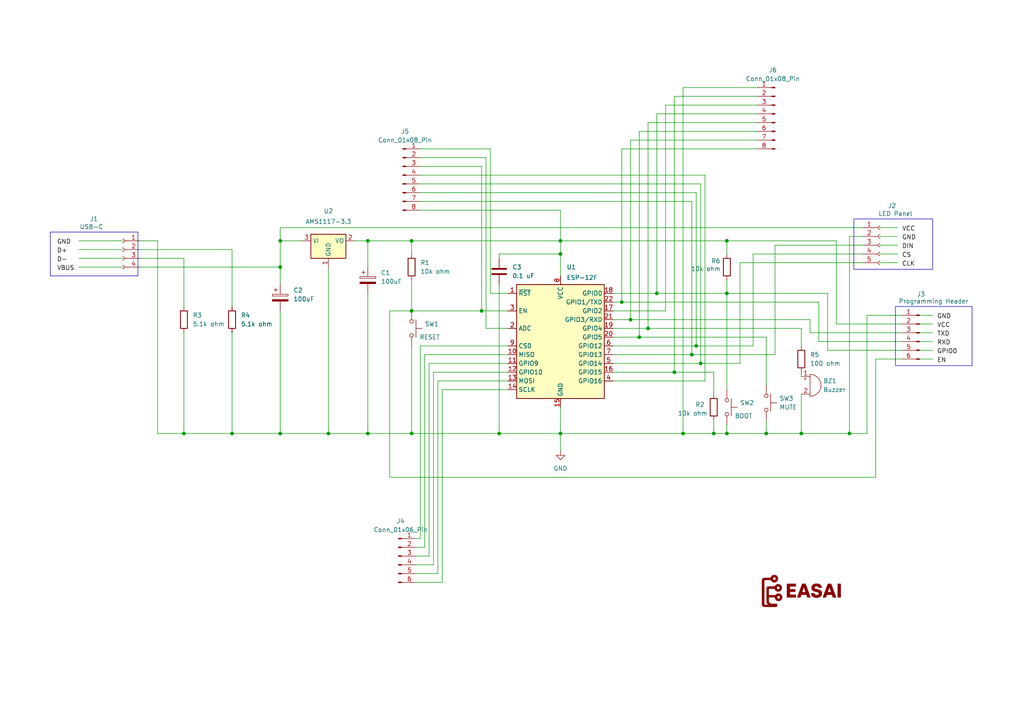
<source format=kicad_sch>
(kicad_sch (version 20250114) (generator "eeschema") (generator_version "9.0")
  (paper "A4")
  (title_block (title "LED Panel ESP32") (date "2026-01-10") (rev "REV 1.0"))
  (lib_symbols
    (symbol "Connector:Conn_01x04_Socket" (pin_names (offset 1.016) (hide yes))
      (property "Reference" "J" (at 0 5.08 0))
      (property "Value" "Conn_01x04_Socket" (at 0 -7.62 0))
      (symbol "Conn_01x04_Socket_1_1"
        (polyline (pts (xy -1.27 2.54) (xy -0.508 2.54)) (stroke (width 0.1524)))
        (polyline (pts (xy -1.27 0) (xy -0.508 0)) (stroke (width 0.1524)))
        (polyline (pts (xy -1.27 -2.54) (xy -0.508 -2.54)) (stroke (width 0.1524)))
        (polyline (pts (xy -1.27 -5.08) (xy -0.508 -5.08)) (stroke (width 0.1524)))
        (arc (start 0 2.032) (mid -0.5058 2.54) (end 0 3.048) (stroke (width 0.1524)))
        (arc (start 0 -0.508) (mid -0.5058 0) (end 0 0.508) (stroke (width 0.1524)))
        (arc (start 0 -3.048) (mid -0.5058 -2.54) (end 0 -2.032) (stroke (width 0.1524)))
        (arc (start 0 -5.588) (mid -0.5058 -5.08) (end 0 -4.572) (stroke (width 0.1524)))
        (pin passive line (at -5.08 2.54 0) (length 3.81) (name "Pin_1") (number "1"))
        (pin passive line (at -5.08 0 0) (length 3.81) (name "Pin_2") (number "2"))
        (pin passive line (at -5.08 -2.54 0) (length 3.81) (name "Pin_3") (number "3"))
        (pin passive line (at -5.08 -5.08 0) (length 3.81) (name "Pin_4") (number "4"))
      )
    )
    (symbol "Connector:Conn_01x05_Socket" (pin_names (offset 1.016) (hide yes))
      (property "Reference" "J" (at 0 7.62 0))
      (property "Value" "Conn_01x05_Socket" (at 0 -7.62 0))
      (symbol "Conn_01x05_Socket_1_1"
        (polyline (pts (xy -1.27 5.08) (xy -0.508 5.08)) (stroke (width 0.1524)))
        (polyline (pts (xy -1.27 2.54) (xy -0.508 2.54)) (stroke (width 0.1524)))
        (polyline (pts (xy -1.27 0) (xy -0.508 0)) (stroke (width 0.1524)))
        (polyline (pts (xy -1.27 -2.54) (xy -0.508 -2.54)) (stroke (width 0.1524)))
        (polyline (pts (xy -1.27 -5.08) (xy -0.508 -5.08)) (stroke (width 0.1524)))
        (arc (start 0 4.572) (mid -0.5058 5.08) (end 0 5.588) (stroke (width 0.1524)))
        (arc (start 0 2.032) (mid -0.5058 2.54) (end 0 3.048) (stroke (width 0.1524)))
        (arc (start 0 -0.508) (mid -0.5058 0) (end 0 0.508) (stroke (width 0.1524)))
        (arc (start 0 -3.048) (mid -0.5058 -2.54) (end 0 -2.032) (stroke (width 0.1524)))
        (arc (start 0 -5.588) (mid -0.5058 -5.08) (end 0 -4.572) (stroke (width 0.1524)))
        (pin passive line (at -5.08 5.08 0) (length 3.81) (name "Pin_1") (number "1"))
        (pin passive line (at -5.08 2.54 0) (length 3.81) (name "Pin_2") (number "2"))
        (pin passive line (at -5.08 0 0) (length 3.81) (name "Pin_3") (number "3"))
        (pin passive line (at -5.08 -2.54 0) (length 3.81) (name "Pin_4") (number "4"))
        (pin passive line (at -5.08 -5.08 0) (length 3.81) (name "Pin_5") (number "5"))
      )
    )
    (symbol "Connector:Conn_01x06_Pin" (pin_names (offset 1.016) (hide yes))
      (property "Reference" "J" (at 0 7.62 0))
      (property "Value" "Conn_01x06_Pin" (at 0 -10.16 0))
      (symbol "Conn_01x06_Pin_1_1"
        (rectangle (start 0.8636 5.207) (end 0 4.953) (stroke (width 0.1524)) (fill (type outline)))
        (rectangle (start 0.8636 2.667) (end 0 2.413) (stroke (width 0.1524)) (fill (type outline)))
        (rectangle (start 0.8636 0.127) (end 0 -0.127) (stroke (width 0.1524)) (fill (type outline)))
        (rectangle (start 0.8636 -2.413) (end 0 -2.667) (stroke (width 0.1524)) (fill (type outline)))
        (rectangle (start 0.8636 -4.953) (end 0 -5.207) (stroke (width 0.1524)) (fill (type outline)))
        (rectangle (start 0.8636 -7.493) (end 0 -7.747) (stroke (width 0.1524)) (fill (type outline)))
        (polyline (pts (xy 1.27 5.08) (xy 0.8636 5.08)) (stroke (width 0.1524)))
        (polyline (pts (xy 1.27 2.54) (xy 0.8636 2.54)) (stroke (width 0.1524)))
        (polyline (pts (xy 1.27 0) (xy 0.8636 0)) (stroke (width 0.1524)))
        (polyline (pts (xy 1.27 -2.54) (xy 0.8636 -2.54)) (stroke (width 0.1524)))
        (polyline (pts (xy 1.27 -5.08) (xy 0.8636 -5.08)) (stroke (width 0.1524)))
        (polyline (pts (xy 1.27 -7.62) (xy 0.8636 -7.62)) (stroke (width 0.1524)))
        (pin passive line (at 5.08 5.08 180) (length 3.81) (name "Pin_1") (number "1"))
        (pin passive line (at 5.08 2.54 180) (length 3.81) (name "Pin_2") (number "2"))
        (pin passive line (at 5.08 0 180) (length 3.81) (name "Pin_3") (number "3"))
        (pin passive line (at 5.08 -2.54 180) (length 3.81) (name "Pin_4") (number "4"))
        (pin passive line (at 5.08 -5.08 180) (length 3.81) (name "Pin_5") (number "5"))
        (pin passive line (at 5.08 -7.62 180) (length 3.81) (name "Pin_6") (number "6"))
      )
    )
    (symbol "Connector:Conn_01x08_Pin" (pin_names (offset 1.016) (hide yes))
      (property "Reference" "J" (at 0 10.16 0))
      (property "Value" "Conn_01x08_Pin" (at 0 -12.7 0))
      (symbol "Conn_01x08_Pin_1_1"
        (rectangle (start 0.8636 7.747) (end 0 7.493) (stroke (width 0.1524)) (fill (type outline)))
        (rectangle (start 0.8636 5.207) (end 0 4.953) (stroke (width 0.1524)) (fill (type outline)))
        (rectangle (start 0.8636 2.667) (end 0 2.413) (stroke (width 0.1524)) (fill (type outline)))
        (rectangle (start 0.8636 0.127) (end 0 -0.127) (stroke (width 0.1524)) (fill (type outline)))
        (rectangle (start 0.8636 -2.413) (end 0 -2.667) (stroke (width 0.1524)) (fill (type outline)))
        (rectangle (start 0.8636 -4.953) (end 0 -5.207) (stroke (width 0.1524)) (fill (type outline)))
        (rectangle (start 0.8636 -7.493) (end 0 -7.747) (stroke (width 0.1524)) (fill (type outline)))
        (rectangle (start 0.8636 -10.033) (end 0 -10.287) (stroke (width 0.1524)) (fill (type outline)))
        (polyline (pts (xy 1.27 7.62) (xy 0.8636 7.62)) (stroke (width 0.1524)))
        (polyline (pts (xy 1.27 5.08) (xy 0.8636 5.08)) (stroke (width 0.1524)))
        (polyline (pts (xy 1.27 2.54) (xy 0.8636 2.54)) (stroke (width 0.1524)))
        (polyline (pts (xy 1.27 0) (xy 0.8636 0)) (stroke (width 0.1524)))
        (polyline (pts (xy 1.27 -2.54) (xy 0.8636 -2.54)) (stroke (width 0.1524)))
        (polyline (pts (xy 1.27 -5.08) (xy 0.8636 -5.08)) (stroke (width 0.1524)))
        (polyline (pts (xy 1.27 -7.62) (xy 0.8636 -7.62)) (stroke (width 0.1524)))
        (polyline (pts (xy 1.27 -10.16) (xy 0.8636 -10.16)) (stroke (width 0.1524)))
        (pin passive line (at 5.08 7.62 180) (length 3.81) (name "Pin_1") (number "1"))
        (pin passive line (at 5.08 5.08 180) (length 3.81) (name "Pin_2") (number "2"))
        (pin passive line (at 5.08 2.54 180) (length 3.81) (name "Pin_3") (number "3"))
        (pin passive line (at 5.08 0 180) (length 3.81) (name "Pin_4") (number "4"))
        (pin passive line (at 5.08 -2.54 180) (length 3.81) (name "Pin_5") (number "5"))
        (pin passive line (at 5.08 -5.08 180) (length 3.81) (name "Pin_6") (number "6"))
        (pin passive line (at 5.08 -7.62 180) (length 3.81) (name "Pin_7") (number "7"))
        (pin passive line (at 5.08 -10.16 180) (length 3.81) (name "Pin_8") (number "8"))
      )
    )
    (symbol "Device:Buzzer" (pin_names (offset 0.0254) (hide yes))
      (property "Reference" "BZ" (at 3.81 1.27 0))
      (property "Value" "Buzzer" (at 3.81 -1.27 0))
      (symbol "Buzzer_0_1"
        (polyline (pts (xy -1.651 1.905) (xy -1.143 1.905)))
        (polyline (pts (xy -1.397 2.159) (xy -1.397 1.651)))
        (arc (start 0 3.175) (mid 3.1612 0) (end 0 -3.175))
        (polyline (pts (xy 0 3.175) (xy 0 -3.175)))
      )
      (symbol "Buzzer_1_1"
        (pin passive line (at -2.54 2.54 0) (length 2.54) (name "+") (number "1"))
        (pin passive line (at -2.54 -2.54 0) (length 2.54) (name "-") (number "2"))
      )
    )
    (symbol "Device:C" (pin_numbers (hide yes)) (pin_names (offset 0.254))
      (property "Reference" "C" (at 0.635 2.54 0))
      (property "Value" "C" (at 0.635 -2.54 0))
      (symbol "C_0_1"
        (polyline (pts (xy -2.032 0.762) (xy 2.032 0.762)) (stroke (width 0.508)))
        (polyline (pts (xy -2.032 -0.762) (xy 2.032 -0.762)) (stroke (width 0.508)))
      )
      (symbol "C_1_1"
        (pin passive line (at 0 3.81 270) (length 2.794) (name "~") (number "1"))
        (pin passive line (at 0 -3.81 90) (length 2.794) (name "~") (number "2"))
      )
    )
    (symbol "Device:C_Polarized" (pin_numbers (hide yes)) (pin_names (offset 0.254))
      (property "Reference" "C" (at 0.635 2.54 0))
      (property "Value" "C_Polarized" (at 0.635 -2.54 0))
      (symbol "C_Polarized_0_1"
        (rectangle (start -2.286 0.508) (end 2.286 1.016))
        (polyline (pts (xy -1.778 2.286) (xy -0.762 2.286)))
        (polyline (pts (xy -1.27 2.794) (xy -1.27 1.778)))
        (rectangle (start 2.286 -0.508) (end -2.286 -1.016) (fill (type outline)))
      )
      (symbol "C_Polarized_1_1"
        (pin passive line (at 0 3.81 270) (length 2.794) (name "~") (number "1"))
        (pin passive line (at 0 -3.81 90) (length 2.794) (name "~") (number "2"))
      )
    )
    (symbol "Device:R" (pin_numbers (hide yes)) (pin_names (offset 0))
      (property "Reference" "R" (at 2.032 0 90))
      (property "Value" "R" (at 0 0 90))
      (symbol "R_0_1"
        (rectangle (start -1.016 -2.54) (end 1.016 2.54) (stroke (width 0.254)))
      )
      (symbol "R_1_1"
        (pin passive line (at 0 3.81 270) (length 1.27) (name "~") (number "1"))
        (pin passive line (at 0 -3.81 90) (length 1.27) (name "~") (number "2"))
      )
    )
    (symbol "EASAI-Logo:LOGO" (pin_names (offset 1.016))
      (symbol "LOGO_0_0"
        (polyline (pts (xy -8.3862 -4.587) (xy -8.0914 -4.5859) (xy -7.8429 -4.5841) (xy -7.6378 -4.5817) (xy -7.4734 -4.5784) (xy -7.3468 -4.5743) (xy -7.2552 -4.5693) (xy -7.1958 -4.5634) (xy -7.1658 -4.5565) (xy -7.1151 -4.5259) (xy -7.0685 -4.4699) (xy -7.0386 -4.3865) (xy -7.0228 -4.2671) (xy -7.0181 -4.103) (xy -7.0181 -4.0954) (xy -7.0192 -3.9722) (xy -7.0239 -3.89) (xy -7.0347 -3.8362) (xy -7.0541 -3.7984) (xy -7.0844 -3.7642) (xy -7.1506 -3.698) (xy -7.9834 -3.698) (xy -8.8161 -3.698) (xy -8.9053 -3.6322) (xy -8.9452 -3.6007) (xy -9.0237 -3.5347) (xy -9.1198 -3.4509) (xy -9.221 -3.3602) (xy -9.4475 -3.154) (xy -9.4475 -2.5092) (xy -9.4472 -2.3089) (xy -9.4463 -2.1522) (xy -9.444 -2.0363) (xy -9.4399 -1.9546) (xy -9.4335 -1.9004) (xy -9.4243 -1.867) (xy -9.4117 -1.8479) (xy -9.3952 -1.8364) (xy -9.3651 -1.8296) (xy -9.2812 -1.8223) (xy -9.149 -1.8164) (xy -8.9717 -1.8121) (xy -8.7526 -1.8094) (xy -8.4947 -1.8085) (xy -7.6464 -1.8085) (xy -7.6437 -1.8321) (xy -7.0309 -1.8321) (xy -7.022 -1.7032) (xy -6.9729 -1.5826) (xy -6.891 -1.4792) (xy -6.7838 -1.4018) (xy -6.6588 -1.3593) (xy -6.5234 -1.3606) (xy -6.3859 -1.4092) (xy -6.2783 -1.4926) (xy -6.2045 -1.6009) (xy -6.166 -1.7243) (xy -6.1642 -1.8533) (xy -6.2007 -1.9782) (xy -6.2771 -2.0895) (xy -6.3948 -2.1776) (xy -6.4027 -2.1817) (xy -6.5491 -2.2304) (xy -6.6882 -2.2276) (xy -6.8145 -2.1755) (xy -6.922 -2.0765) (xy -7.0052 -1.9328) (xy -7.0309 -1.8321) (xy -7.6437 -1.8321) (xy -7.6289 -1.9637) (xy -7.5874 -2.1433) (xy -7.4976 -2.336) (xy -7.3691 -2.5139) (xy -7.2096 -2.6664) (xy -7.0271 -2.7827) (xy -6.9876 -2.8012) (xy -6.9213 -2.825) (xy -6.847 -2.839) (xy -6.7494 -2.8457) (xy -6.6132 -2.8475) (xy -6.486 -2.8464) (xy -6.3896 -2.8409) (xy -6.3153 -2.828) (xy -6.2468 -2.8048) (xy -6.1679 -2.7685) (xy -6.1116 -2.7388) (xy -5.928 -2.6069) (xy -5.7746 -2.4414) (xy -5.656 -2.2507) (xy -5.5768 -2.0436) (xy -5.5417 -1.8286) (xy -5.5551 -1.6145) (xy -5.6148 -1.4037) (xy -5.7166 -1.2044) (xy -5.851 -1.0356) (xy -6.0118 -0.8995) (xy -6.1929 -0.7981) (xy -6.3881 -0.7334) (xy -6.5911 -0.7073) (xy -6.7957 -0.722) (xy -6.9957 -0.7794) (xy -7.185 -0.8815) (xy -7.3573 -1.0303) (xy -7.4792 -1.1607) (xy -8.4309 -1.1607) (xy -8.4487 -1.1607) (xy -8.7185 -1.1601) (xy -8.9382 -1.1583) (xy -9.1116 -1.1553) (xy -9.2422 -1.151) (xy -9.3339 -1.1451) (xy -9.3903 -1.1375) (xy -9.4151 -1.1283) (xy -9.4226 -1.1115) (xy -9.4307 -1.0617) (xy -9.4371 -0.9767) (xy -9.4418 -0.8528) (xy -9.445 -0.6862) (xy -9.4469 -0.4731) (xy -9.4475 -0.2099) (xy -9.4475 0.6762) (xy -9.3867 0.6959) (xy -9.3786 0.6975) (xy -9.3208 0.7019) (xy -9.2186 0.7053) (xy -9.0794 0.7076) (xy -8.9103 0.7087) (xy -8.7186 0.7085) (xy -8.5115 0.7069) (xy -7.6971 0.6982) (xy -7.6788 0.5898) (xy -7.6592 0.5203) (xy -7.5978 0.3958) (xy -7.5084 0.2664) (xy -7.4015 0.1466) (xy -7.2879 0.0512) (xy -7.2445 0.0227) (xy -7.0354 -0.0779) (xy -6.8168 -0.1282) (xy -6.5953 -0.1288) (xy -6.3778 -0.0802) (xy -6.1708 0.017) (xy -5.9812 0.1622) (xy -5.8511 0.3087) (xy -5.7339 0.5095) (xy -5.6643 0.7275) (xy -5.6434 0.9561) (xy -5.6725 1.1885) (xy -5.7529 1.4183) (xy -5.784 1.4751) (xy -5.878 1.6015) (xy -5.9989 1.7266) (xy -6.1311 1.8355) (xy -6.2593 1.9129) (xy -6.2656 1.9159) (xy -6.337 1.9464) (xy -6.4036 1.9662) (xy -6.48 1.9776) (xy -6.581 1.9827) (xy -6.7212 1.984) (xy -6.8189 1.9837) (xy -6.9255 1.9811) (xy -7.0026 1.9733) (xy -7.065 1.9576) (xy -7.1271 1.931) (xy -7.2036 1.8907) (xy -7.3169 1.8189) (xy -7.4886 1.6609) (xy -7.6278 1.4634) (xy -7.6842 1.3631) (xy -8.7075 1.3496) (xy -8.7189 1.3495) (xy -8.9845 1.3457) (xy -9.2015 1.3419) (xy -9.3755 1.3378) (xy -9.5117 1.3332) (xy -9.6153 1.3277) (xy -9.6919 1.321) (xy -9.7466 1.313) (xy -9.7848 1.3032) (xy -9.8119 1.2915) (xy -9.8595 1.2619) (xy -9.9692 1.1616) (xy -10.0395 1.0442) (xy -10.0406 1.0407) (xy -10.0465 0.9913) (xy -10.049 0.9434) (xy -7.1354 0.9434) (xy -7.117 1.0765) (xy -7.0577 1.2008) (xy -6.9554 1.3063) (xy -6.9197 1.3278) (xy -6.81 1.36) (xy -6.6827 1.366) (xy -6.5583 1.346) (xy -6.4574 1.3001) (xy -6.4229 1.2719) (xy -6.3416 1.1733) (xy -6.2841 1.0571) (xy -6.2623 0.945) (xy -6.2809 0.8277) (xy -6.3367 0.7057) (xy -6.4194 0.6048) (xy -6.5188 0.5412) (xy -6.6633 0.5048) (xy -6.7948 0.5128) (xy -6.84 0.5256) (xy -6.9651 0.5927) (xy -7.0574 0.6915) (xy -7.1148 0.8117) (xy -7.1354 0.9434) (xy -10.049 0.9434) (xy -10.0516 0.893) (xy -10.0561 0.745) (xy -10.0599 0.5467) (xy -10.0629 0.2976) (xy -10.0653 -0.0031) (xy -10.067 -0.3559) (xy -10.068 -0.7614) (xy -10.0683 -1.2203) (xy -10.0683 -3.4088) (xy -9.7916 -3.6744) (xy -9.751 -3.7137) (xy -9.6612 -3.8033) (xy -9.5923 -3.8758) (xy -9.5505 -3.9246) (xy -9.5419 -3.9431) (xy -9.5431 -3.9431) (xy -9.5824 -3.9438) (xy -9.666 -3.9439) (xy -9.7851 -3.9436) (xy -9.9312 -3.9428) (xy -10.0953 -3.9415) (xy -10.1228 -3.9413) (xy -10.2982 -3.9393) (xy -10.4286 -3.9364) (xy -10.5219 -3.9319) (xy -10.586 -3.9248) (xy -10.6288 -3.9144) (xy -10.6583 -3.8998) (xy -10.6824 -3.8802) (xy -10.7431 -3.8235) (xy -10.7431 -0.3871) (xy -10.7431 3.0493) (xy -10.6644 3.1375) (xy -10.5856 3.2256) (xy -9.7092 3.2337) (xy -8.8328 3.2419) (xy -8.7703 3.1123) (xy -8.7635 3.0987) (xy -8.6736 2.9628) (xy -8.5501 2.8278) (xy -8.4092 2.7096) (xy -8.267 2.6238) (xy -8.221 2.603) (xy -8.1464 2.5757) (xy -8.0696 2.5599) (xy -7.9736 2.5526) (xy -7.8408 2.5508) (xy -7.7216 2.5519) (xy -7.6266 2.5578) (xy -7.5519 2.5718) (xy -7.4799 2.5974) (xy -7.393 2.6381) (xy -7.2958 2.6934) (xy -7.1219 2.8301) (xy -6.9721 2.9968) (xy -6.8615 3.1783) (xy -6.835 3.2379) (xy -6.8107 3.3091) (xy -6.7967 3.3852) (xy -6.7902 3.4826) (xy -6.7887 3.6176) (xy -6.7887 3.638) (xy -6.7903 3.7633) (xy -6.7967 3.8536) (xy -6.8112 3.9255) (xy -6.8368 3.9956) (xy -6.8769 4.0807) (xy -6.964 4.2257) (xy -7.1048 4.3893) (xy -7.2693 4.5226) (xy -7.4449 4.6138) (xy -7.5381 4.6429) (xy -7.7477 4.6746) (xy -7.9648 4.6686) (xy -8.1729 4.626) (xy -8.3558 4.548) (xy -8.405 4.5164) (xy -8.5404 4.4001) (xy -8.6642 4.2543) (xy -8.7636 4.0958) (xy -8.8258 3.9409) (xy -8.8391 3.9065) (xy -8.8671 3.8826) (xy -8.9221 3.8681) (xy -9.0174 3.8571) (xy -9.034 3.8558) (xy -9.12 3.8515) (xy -9.2489 3.8474) (xy -9.4124 3.8436) (xy -9.6019 3.8404) (xy -9.8091 3.8378) (xy -10.0255 3.8361) (xy -10.1289 3.8355) (xy -10.3473 3.8337) (xy -10.5207 3.8313) (xy -10.6554 3.8278) (xy -10.7577 3.823) (xy -10.834 3.8164) (xy -10.8907 3.8077) (xy -10.934 3.7965) (xy -10.9703 3.7825) (xy -11.0678 3.7312) (xy -11.2175 3.608) (xy -11.2401 3.5757) (xy -8.2596 3.5757) (xy -8.2533 3.7093) (xy -8.1984 3.8351) (xy -8.1761 3.8665) (xy -8.0699 3.9741) (xy -7.9484 4.0318) (xy -7.8065 4.0422) (xy -7.7435 4.0339) (xy -7.6019 3.9839) (xy -7.497 3.8956) (xy -7.4319 3.7723) (xy -7.4095 3.617) (xy -7.4104 3.5781) (xy -7.4322 3.4516) (xy -7.49 3.3501) (xy -7.5923 3.2566) (xy -7.6067 3.247) (xy -7.6952 3.2115) (xy -7.8065 3.1918) (xy -7.8998 3.1893) (xy -7.9723 3.2046) (xy -8.0432 3.2441) (xy -8.1366 3.3237) (xy -8.2198 3.4439) (xy -8.2596 3.5757) (xy -11.2401 3.5757) (xy -11.3315 3.4448) (xy -11.4044 3.3066) (xy -11.4044 -0.3104) (xy -11.4044 -0.5742) (xy -11.4043 -1.0657) (xy -11.4041 -1.5074) (xy -11.4038 -1.9021) (xy -11.4033 -2.2526) (xy -11.4026 -2.5616) (xy -11.4016 -2.832) (xy -11.4003 -3.0665) (xy -11.3987 -3.268) (xy -11.3968 -3.4392) (xy -11.3945 -3.5829) (xy -11.3917 -3.702) (xy -11.3885 -3.7991) (xy -11.3848 -3.8771) (xy -11.3806 -3.9388) (xy -11.3758 -3.987) (xy -11.3704 -4.0244) (xy -11.3644 -4.0539) (xy -11.3577 -4.0782) (xy -11.3239 -4.166) (xy -11.2278 -4.3215) (xy -11.1002 -4.4473) (xy -10.9513 -4.5318) (xy -10.9351 -4.5379) (xy -10.9049 -4.5478) (xy -10.8703 -4.5562) (xy -10.8274 -4.5633) (xy -10.7719 -4.5692) (xy -10.6997 -4.574) (xy -10.6066 -4.5779) (xy -10.4886 -4.5808) (xy -10.3414 -4.5831) (xy -10.161 -4.5847) (xy -9.9431 -4.5858) (xy -9.6837 -4.5865) (xy -9.3786 -4.587) (xy -9.0236 -4.5873) (xy -8.73 -4.5874) (xy -8.3862 -4.587)) (stroke (width 0.01)) (fill (type outline)))
        (polyline (pts (xy -1.5926 -1.4441) (xy -1.5926 -1.0527) (xy -2.4429 -1.0527) (xy -3.2932 -1.0527) (xy -3.2932 -0.6343) (xy -3.2932 -0.2159) (xy -2.5239 -0.2159) (xy -1.7546 -0.2159) (xy -1.7546 0.162) (xy -1.7546 0.5399) (xy -2.5239 0.5399) (xy -3.2932 0.5399) (xy -3.2932 0.9444) (xy -3.2932 1.3489) (xy -2.4496 1.356) (xy -1.6061 1.3631) (xy -1.6061 1.7343) (xy -1.6063 1.7775) (xy -1.6084 1.9064) (xy -1.6129 2.0105) (xy -1.619 2.0801) (xy -1.6264 2.1054) (xy -1.6518 2.1054) (xy -1.7265 2.1054) (xy -1.8448 2.1054) (xy -2.0014 2.1054) (xy -2.1908 2.1054) (xy -2.4076 2.1054) (xy -2.6464 2.1054) (xy -2.9018 2.1054) (xy -4.1569 2.1054) (xy -4.1569 0.135) (xy -4.1569 -1.8355) (xy -2.8748 -1.8355) (xy -1.5926 -1.8355) (xy -1.5926 -1.4441)) (stroke (width 0.01)) (fill (type outline)))
        (polyline (pts (xy -0.1484 -1.4373) (xy -0.0136 -1.0392) (xy 0.7362 -1.032) (xy 0.9336 -1.0305) (xy 1.1232 -1.0302) (xy 1.2678 -1.0316) (xy 1.3724 -1.0351) (xy 1.4421 -1.0407) (xy 1.4817 -1.0486) (xy 1.4961 -1.059) (xy 1.4989 -1.0677) (xy 1.5168 -1.1213) (xy 1.5476 -1.2121) (xy 1.5878 -1.3298) (xy 1.6339 -1.4643) (xy 1.7615 -1.8355) (xy 2.2169 -1.8355) (xy 2.3342 -1.835) (xy 2.4689 -1.8332) (xy 2.576 -1.8302) (xy 2.6467 -1.8263) (xy 2.6722 -1.8218) (xy 2.6687 -1.8106) (xy 2.649 -1.7543) (xy 2.6135 -1.6552) (xy 2.5638 -1.5179) (xy 2.5019 -1.3473) (xy 2.4293 -1.1482) (xy 2.3479 -0.9253) (xy 2.2595 -0.6836) (xy 2.1657 -0.4276) (xy 2.0684 -0.1624) (xy 1.9693 0.1075) (xy 1.8701 0.3771) (xy 1.7727 0.6417) (xy 1.6787 0.8964) (xy 1.59 1.1366) (xy 1.5083 1.3573) (xy 1.4353 1.5538) (xy 1.3729 1.7214) (xy 1.2289 2.1066) (xy 0.7456 2.0993) (xy 0.2623 2.0919) (xy 0.0658 1.5656) (xy 0.0169 1.4345) (xy -0.1125 1.0876) (xy -0.2263 0.7824) (xy -0.3268 0.5123) (xy -0.4165 0.2709) (xy -0.4979 0.0515) (xy -0.5732 -0.1524) (xy -0.6265 -0.2969) (xy 0.2145 -0.2969) (xy 0.252 -0.2227) (xy 0.2635 -0.1955) (xy 0.2923 -0.1185) (xy 0.3331 -0.0038) (xy 0.3831 0.1405) (xy 0.4394 0.3064) (xy 0.4992 0.4859) (xy 0.5437 0.6198) (xy 0.5984 0.7838) (xy 0.6462 0.9255) (xy 0.6845 1.0376) (xy 0.7109 1.113) (xy 0.7229 1.1444) (xy 0.7278 1.1405) (xy 0.7483 1.0971) (xy 0.7816 1.0132) (xy 0.8251 0.8954) (xy 0.8764 0.7506) (xy 0.9328 0.5856) (xy 0.9559 0.5169) (xy 1.0155 0.3408) (xy 1.0716 0.1765) (xy 1.1208 0.0339) (xy 1.1597 -0.0773) (xy 1.1848 -0.1472) (xy 1.2408 -0.2969) (xy 0.7277 -0.2969) (xy 0.2145 -0.2969) (xy -0.6265 -0.2969) (xy -0.6451 -0.3475) (xy -0.7159 -0.5402) (xy -0.788 -0.7371) (xy -0.8638 -0.9447) (xy -0.8982 -1.0387) (xy -0.9683 -1.2304) (xy -1.0319 -1.4041) (xy -1.0868 -1.5533) (xy -1.1303 -1.6714) (xy -1.1602 -1.7519) (xy -1.174 -1.7882) (xy -1.1775 -1.7993) (xy -1.1737 -1.8136) (xy -1.1516 -1.8235) (xy -1.1042 -1.8299) (xy -1.0243 -1.8335) (xy -0.9047 -1.8351) (xy -0.7383 -1.8355) (xy -0.2832 -1.8355) (xy -0.1484 -1.4373)) (stroke (width 0.01)) (fill (type outline)))
        (polyline (pts (xy 4.5237 -1.9012) (xy 4.6995 -1.8897) (xy 4.8569 -1.8716) (xy 4.9783 -1.8478) (xy 5.095 -1.812) (xy 5.3505 -1.7006) (xy 5.5675 -1.5548) (xy 5.7438 -1.3765) (xy 5.8768 -1.1673) (xy 5.9111 -1.097) (xy 5.9436 -1.0224) (xy 5.9636 -0.9558) (xy 5.9741 -0.8818) (xy 5.9781 -0.7847) (xy 5.9788 -0.6492) (xy 5.9787 -0.611) (xy 5.977 -0.4829) (xy 5.971 -0.3908) (xy 5.9584 -0.3202) (xy 5.9369 -0.2566) (xy 5.9042 -0.1856) (xy 5.8638 -0.1132) (xy 5.733 0.0514) (xy 5.5629 0.1952) (xy 5.3633 0.3092) (xy 5.3022 0.3364) (xy 5.2352 0.3639) (xy 5.1648 0.3892) (xy 5.0827 0.4147) (xy 4.9807 0.4428) (xy 4.8507 0.4758) (xy 4.6845 0.516) (xy 4.4738 0.5658) (xy 4.3217 0.6034) (xy 4.1489 0.6539) (xy 4.0195 0.705) (xy 3.9271 0.7606) (xy 3.8659 0.8247) (xy 3.8297 0.9012) (xy 3.8124 0.9941) (xy 3.8093 1.0314) (xy 3.8117 1.1028) (xy 3.8359 1.1597) (xy 3.8904 1.228) (xy 3.9609 1.2983) (xy 4.0795 1.3744) (xy 4.2216 1.4166) (xy 4.3997 1.4298) (xy 4.5009 1.4253) (xy 4.6877 1.3873) (xy 4.8415 1.3126) (xy 4.9582 1.2034) (xy 5.0338 1.062) (xy 5.0427 1.0387) (xy 5.0727 0.9822) (xy 5.099 0.9609) (xy 5.1097 0.9615) (xy 5.1674 0.9628) (xy 5.2641 0.9644) (xy 5.3895 0.9661) (xy 5.5334 0.9677) (xy 5.9383 0.9717) (xy 5.9383 1.0348) (xy 5.9315 1.0853) (xy 5.911 1.1717) (xy 5.8816 1.2704) (xy 5.8076 1.4526) (xy 5.6736 1.6664) (xy 5.5011 1.843) (xy 5.2912 1.9818) (xy 5.0445 2.0822) (xy 4.7621 2.1437) (xy 4.4449 2.1657) (xy 4.2781 2.1616) (xy 3.9829 2.1233) (xy 3.7212 2.0445) (xy 3.4906 1.9245) (xy 3.2885 1.7622) (xy 3.1905 1.6521) (xy 3.0733 1.4619) (xy 2.9972 1.2541) (xy 2.9625 1.0371) (xy 2.9694 0.8195) (xy 3.0182 0.6096) (xy 3.1091 0.4159) (xy 3.2424 0.2468) (xy 3.2888 0.2037) (xy 3.3842 0.1315) (xy 3.4988 0.0651) (xy 3.6386 0.0022) (xy 3.809 -0.0593) (xy 4.0159 -0.1216) (xy 4.2649 -0.1868) (xy 4.5617 -0.2571) (xy 4.659 -0.282) (xy 4.839 -0.3454) (xy 4.98 -0.421) (xy 5.0745 -0.5052) (xy 5.0814 -0.5145) (xy 5.1219 -0.6142) (xy 5.126 -0.7317) (xy 5.0954 -0.8489) (xy 5.0318 -0.9478) (xy 4.9921 -0.9875) (xy 4.893 -1.0651) (xy 4.7842 -1.1141) (xy 4.6515 -1.1396) (xy 4.4807 -1.1468) (xy 4.3921 -1.1461) (xy 4.2931 -1.1412) (xy 4.2195 -1.1287) (xy 4.1544 -1.1052) (xy 4.0806 -1.0672) (xy 4.0353 -1.041) (xy 3.9289 -0.9607) (xy 3.8554 -0.8641) (xy 3.7997 -0.733) (xy 3.7602 -0.6157) (xy 3.3185 -0.6195) (xy 3.2148 -0.6207) (xy 3.0786 -0.6235) (xy 2.9685 -0.6273) (xy 2.8938 -0.6316) (xy 2.8639 -0.6361) (xy 2.8604 -0.6473) (xy 2.8653 -0.7017) (xy 2.8834 -0.7874) (xy 2.911 -0.8913) (xy 2.9446 -1.0004) (xy 2.9806 -1.1016) (xy 3.0152 -1.1817) (xy 3.0621 -1.2629) (xy 3.1754 -1.4119) (xy 3.3118 -1.5504) (xy 3.4537 -1.6592) (xy 3.5603 -1.7181) (xy 3.7295 -1.7913) (xy 3.9089 -1.8516) (xy 4.0739 -1.8896) (xy 4.1878 -1.901) (xy 4.3473 -1.9052) (xy 4.5237 -1.9012)) (stroke (width 0.01)) (fill (type outline)))
        (polyline (pts (xy 7.1815 -1.6533) (xy 7.1852 -1.6419) (xy 7.2261 -1.5207) (xy 7.2746 -1.3801) (xy 7.3212 -1.2484) (xy 7.401 -1.0257) (xy 8.1475 -1.0258) (xy 8.894 -1.026) (xy 8.9852 -1.289) (xy 9.0074 -1.3528) (xy 9.0536 -1.4845) (xy 9.0965 -1.6047) (xy 9.1288 -1.6938) (xy 9.1813 -1.8355) (xy 9.6382 -1.8355) (xy 9.757 -1.8352) (xy 9.8918 -1.8343) (xy 9.9989 -1.8328) (xy 10.0696 -1.8308) (xy 10.0952 -1.8285) (xy 10.0894 -1.8097) (xy 10.0659 -1.7419) (xy 10.0249 -1.6266) (xy 9.9669 -1.4655) (xy 9.8926 -1.2604) (xy 9.8026 -1.013) (xy 9.6976 -0.7251) (xy 9.5782 -0.3984) (xy 9.4451 -0.0346) (xy 9.2988 0.3644) (xy 9.2554 0.4829) (xy 9.1595 0.7446) (xy 9.0685 0.9936) (xy 8.9842 1.2245) (xy 8.9087 1.4317) (xy 8.8439 1.61) (xy 8.7917 1.7538) (xy 8.7543 1.8578) (xy 8.7335 1.9165) (xy 8.6731 2.0919) (xy 8.1861 2.0993) (xy 8.0627 2.101) (xy 7.9208 2.1019) (xy 7.8202 2.1005) (xy 7.7534 2.0961) (xy 7.7127 2.088) (xy 7.6906 2.0758) (xy 7.6796 2.0588) (xy 7.6768 2.0519) (xy 7.6506 1.9846) (xy 7.6097 1.8772) (xy 7.5574 1.7387) (xy 7.497 1.578) (xy 7.432 1.4041) (xy 7.3657 1.226) (xy 7.3015 1.0527) (xy 7.2734 0.9765) (xy 7.1649 0.6831) (xy 7.0554 0.3867) (xy 6.9464 0.0919) (xy 6.8395 -0.1968) (xy 6.8062 -0.2868) (xy 7.6658 -0.2868) (xy 7.666 -0.2861) (xy 7.6763 -0.2531) (xy 7.7017 -0.1764) (xy 7.7399 -0.0627) (xy 7.7886 0.0815) (xy 7.8456 0.2496) (xy 7.9088 0.4349) (xy 7.9166 0.4579) (xy 7.9792 0.6417) (xy 8.0355 0.8077) (xy 8.0833 0.9492) (xy 8.1203 1.0596) (xy 8.1443 1.1322) (xy 8.1531 1.1603) (xy 8.1531 1.1605) (xy 8.1627 1.1375) (xy 8.1875 1.0702) (xy 8.2251 0.965) (xy 8.2735 0.8283) (xy 8.3301 0.6665) (xy 8.3929 0.4859) (xy 8.4562 0.3034) (xy 8.5152 0.1339) (xy 8.5667 -0.0134) (xy 8.6082 -0.1312) (xy 8.6371 -0.2123) (xy 8.6508 -0.2497) (xy 8.6544 -0.2655) (xy 8.6455 -0.2779) (xy 8.6169 -0.2865) (xy 8.5617 -0.2921) (xy 8.4731 -0.2952) (xy 8.3441 -0.2966) (xy 8.1681 -0.2969) (xy 8.1661 -0.2969) (xy 8.0083 -0.2964) (xy 7.8711 -0.2949) (xy 7.7626 -0.2928) (xy 7.6914 -0.29) (xy 7.6658 -0.2868) (xy 6.8062 -0.2868) (xy 6.7365 -0.4751) (xy 6.639 -0.7384) (xy 6.5486 -0.9823) (xy 6.467 -1.2024) (xy 6.3959 -1.394) (xy 6.3368 -1.5529) (xy 6.2915 -1.6746) (xy 6.2616 -1.7545) (xy 6.2488 -1.7882) (xy 6.2456 -1.7982) (xy 6.2485 -1.8129) (xy 6.2692 -1.8232) (xy 6.3151 -1.8297) (xy 6.3933 -1.8335) (xy 6.511 -1.8351) (xy 6.6755 -1.8355) (xy 7.1216 -1.8355) (xy 7.1815 -1.6533)) (stroke (width 0.01)) (fill (type outline)))
        (polyline (pts (xy 11.4178 0.1305) (xy 11.4177 0.4228) (xy 11.4173 0.7293) (xy 11.4166 1.0159) (xy 11.4157 1.2783) (xy 11.4146 1.5124) (xy 11.4133 1.7138) (xy 11.4118 1.8783) (xy 11.4102 2.0017) (xy 11.4084 2.0795) (xy 11.4066 2.1077) (xy 11.3957 2.1098) (xy 11.3396 2.1123) (xy 11.2444 2.1134) (xy 11.1196 2.1129) (xy 10.9747 2.1109) (xy 10.554 2.1028) (xy 10.554 0.1337) (xy 10.554 -1.8355) (xy 10.9859 -1.8355) (xy 11.4178 -1.8355) (xy 11.4178 0.1305)) (stroke (width 0.01)) (fill (type outline)))
      )
    )
    (symbol "RF_Module:ESP-12F"
      (property "Reference" "U" (at -12.7 19.05 0))
      (property "Value" "ESP-12F" (at 12.7 19.05 0))
      (symbol "ESP-12F_0_1"
        (rectangle (start -12.7 17.78) (end 12.7 -15.24) (stroke (width 0.254)) (fill (type background)))
      )
      (symbol "ESP-12F_1_1"
        (pin input line (at -15.24 15.24 0) (length 2.54) (name "~{RST}") (number "1"))
        (pin input line (at -15.24 10.16 0) (length 2.54) (name "EN") (number "3"))
        (pin input line (at -15.24 5.08 0) (length 2.54) (name "ADC") (number "2"))
        (pin input line (at -15.24 0 0) (length 2.54) (name "CS0") (number "9"))
        (pin bidirectional line (at -15.24 -2.54 0) (length 2.54) (name "MISO") (number "10"))
        (pin bidirectional line (at -15.24 -5.08 0) (length 2.54) (name "GPIO9") (number "11"))
        (pin bidirectional line (at -15.24 -7.62 0) (length 2.54) (name "GPIO10") (number "12"))
        (pin bidirectional line (at -15.24 -10.16 0) (length 2.54) (name "MOSI") (number "13"))
        (pin bidirectional line (at -15.24 -12.7 0) (length 2.54) (name "SCLK") (number "14"))
        (pin power_in line (at 0 20.32 270) (length 2.54) (name "VCC") (number "8"))
        (pin power_in line (at 0 -17.78 90) (length 2.54) (name "GND") (number "15"))
        (pin bidirectional line (at 15.24 15.24 180) (length 2.54) (name "GPIO0") (number "18"))
        (pin bidirectional line (at 15.24 12.7 180) (length 2.54) (name "GPIO1/TXD") (number "22"))
        (pin bidirectional line (at 15.24 10.16 180) (length 2.54) (name "GPIO2") (number "17"))
        (pin bidirectional line (at 15.24 7.62 180) (length 2.54) (name "GPIO3/RXD") (number "21"))
        (pin bidirectional line (at 15.24 5.08 180) (length 2.54) (name "GPIO4") (number "19"))
        (pin bidirectional line (at 15.24 2.54 180) (length 2.54) (name "GPIO5") (number "20"))
        (pin bidirectional line (at 15.24 0 180) (length 2.54) (name "GPIO12") (number "6"))
        (pin bidirectional line (at 15.24 -2.54 180) (length 2.54) (name "GPIO13") (number "7"))
        (pin bidirectional line (at 15.24 -5.08 180) (length 2.54) (name "GPIO14") (number "5"))
        (pin bidirectional line (at 15.24 -7.62 180) (length 2.54) (name "GPIO15") (number "16"))
        (pin bidirectional line (at 15.24 -10.16 180) (length 2.54) (name "GPIO16") (number "4"))
      )
    )
    (symbol "Regulator_Linear:AMS1117-3.3"
      (property "Reference" "U" (at -3.81 3.175 0))
      (property "Value" "AMS1117-3.3" (at 0 3.175 0))
      (symbol "AMS1117-3.3_0_1"
        (rectangle (start -5.08 -5.08) (end 5.08 1.905) (stroke (width 0.254)) (fill (type background)))
      )
      (symbol "AMS1117-3.3_1_1"
        (pin power_in line (at -7.62 0 0) (length 2.54) (name "VI") (number "3"))
        (pin power_in line (at 0 -7.62 90) (length 2.54) (name "GND") (number "1"))
        (pin power_out line (at 7.62 0 180) (length 2.54) (name "VO") (number "2"))
      )
    )
    (symbol "Switch:SW_Push" (pin_numbers (hide yes)) (pin_names (offset 1.016) (hide yes))
      (property "Reference" "SW" (at 1.27 2.54 0))
      (property "Value" "SW_Push" (at 0 -1.524 0))
      (symbol "SW_Push_0_1"
        (circle (center -2.032 0) (radius 0.508))
        (polyline (pts (xy 0 1.27) (xy 0 3.048)))
        (circle (center 2.032 0) (radius 0.508))
        (polyline (pts (xy 2.54 1.27) (xy -2.54 1.27)))
        (pin passive line (at -5.08 0 0) (length 2.54) (name "1") (number "1"))
        (pin passive line (at 5.08 0 180) (length 2.54) (name "2") (number "2"))
      )
    )
    (symbol "power:GND" (power) (pin_numbers (hide yes)) (pin_names (offset 0) (hide yes))
      (property "Value" "GND" (at 0 -3.81 0))
      (symbol "GND_0_1"
        (polyline (pts (xy 0 0) (xy 0 -1.27) (xy 1.27 -1.27) (xy 0 -2.54) (xy -1.27 -1.27) (xy 0 -1.27)))
      )
      (symbol "GND_1_1"
        (pin power_in line (at 0 0 270) (length 0) (name "~") (number "1"))
      )
    )
  )
  (rectangle (start 14.605 67.31) (end 40.005 80.01))
  (rectangle (start 247.65 63.5) (end 270.51 78.105))
  (rectangle (start 259.715 88.9) (end 281.94 106.045))
  (junction (at 95.25 125.73))
  (junction (at 187.96 95.25))
  (junction (at 210.82 125.73))
  (junction (at 182.88 92.71))
  (junction (at 81.28 77.47))
  (junction (at 119.38 125.73))
  (junction (at 210.82 85.09))
  (junction (at 106.68 125.73))
  (junction (at 201.93 100.33))
  (junction (at 222.25 125.73))
  (junction (at 195.58 107.95))
  (junction (at 119.38 90.17))
  (junction (at 53.34 125.73))
  (junction (at 162.56 73.66))
  (junction (at 246.38 125.73))
  (junction (at 81.28 69.85))
  (junction (at 119.38 69.85))
  (junction (at 207.01 125.73))
  (junction (at 81.28 125.73))
  (junction (at 139.7 90.17))
  (junction (at 232.41 125.73))
  (junction (at 144.78 125.73))
  (junction (at 180.34 87.63))
  (junction (at 106.68 69.85))
  (junction (at 185.42 97.79))
  (junction (at 198.12 125.73))
  (junction (at 210.82 69.85))
  (junction (at 162.56 69.85))
  (junction (at 162.56 125.73))
  (junction (at 200.66 102.87))
  (junction (at 190.5 85.09))
  (junction (at 203.2 105.41))
  (junction (at 67.31 125.73))
  (wire (pts (xy 210.82 123.19) (xy 210.82 125.73)))
  (wire (pts (xy 200.66 102.87) (xy 224.79 102.87)))
  (wire (pts (xy 123.19 158.75) (xy 123.19 102.87)))
  (wire (pts (xy 121.92 100.33) (xy 147.32 100.33)))
  (wire (pts (xy 255.27 66.04) (xy 260.35 66.04)))
  (wire (pts (xy 246.38 68.58) (xy 246.38 125.73)))
  (wire (pts (xy 198.12 125.73) (xy 207.01 125.73)))
  (wire (pts (xy 261.62 101.6) (xy 240.03 101.6)))
  (wire (pts (xy 102.87 69.85) (xy 106.68 69.85)))
  (wire (pts (xy 240.03 85.09) (xy 210.82 85.09)))
  (wire (pts (xy 222.25 97.79) (xy 222.25 111.76)))
  (wire (pts (xy 195.58 27.94) (xy 195.58 107.95)))
  (wire (pts (xy 219.71 27.94) (xy 195.58 27.94)))
  (wire (pts (xy 266.7 99.06) (xy 270.51 99.06)))
  (wire (pts (xy 207.01 107.95) (xy 207.01 114.3)))
  (wire (pts (xy 127 166.37) (xy 127 110.49)))
  (wire (pts (xy 147.32 90.17) (xy 139.7 90.17)))
  (wire (pts (xy 125.73 163.83) (xy 125.73 107.95)))
  (wire (pts (xy 266.7 104.14) (xy 270.51 104.14)))
  (wire (pts (xy 81.28 82.55) (xy 81.28 77.47)))
  (wire (pts (xy 177.8 90.17) (xy 193.04 90.17)))
  (wire (pts (xy 185.42 38.1) (xy 185.42 97.79)))
  (wire (pts (xy 232.41 107.95) (xy 232.41 109.22)))
  (wire (pts (xy 120.65 166.37) (xy 127 166.37)))
  (wire (pts (xy 162.56 60.96) (xy 162.56 69.85)))
  (wire (pts (xy 81.28 77.47) (xy 81.28 69.85)))
  (wire (pts (xy 204.47 50.8) (xy 121.92 50.8)))
  (wire (pts (xy 261.62 93.98) (xy 242.57 93.98)))
  (wire (pts (xy 67.31 96.52) (xy 67.31 125.73)))
  (wire (pts (xy 119.38 69.85) (xy 119.38 73.66)))
  (wire (pts (xy 128.27 113.03) (xy 128.27 168.91)))
  (wire (pts (xy 266.7 96.52) (xy 270.51 96.52)))
  (wire (pts (xy 162.56 69.85) (xy 210.82 69.85)))
  (wire (pts (xy 177.8 92.71) (xy 182.88 92.71)))
  (wire (pts (xy 121.92 48.26) (xy 139.7 48.26)))
  (wire (pts (xy 124.46 105.41) (xy 147.32 105.41)))
  (wire (pts (xy 119.38 90.17) (xy 119.38 81.28)))
  (wire (pts (xy 123.19 102.87) (xy 147.32 102.87)))
  (wire (pts (xy 119.38 125.73) (xy 144.78 125.73)))
  (wire (pts (xy 67.31 125.73) (xy 81.28 125.73)))
  (wire (pts (xy 119.38 69.85) (xy 162.56 69.85)))
  (wire (pts (xy 162.56 118.11) (xy 162.56 125.73)))
  (wire (pts (xy 40.64 77.47) (xy 81.28 77.47)))
  (wire (pts (xy 222.25 125.73) (xy 232.41 125.73)))
  (wire (pts (xy 190.5 33.02) (xy 190.5 85.09)))
  (wire (pts (xy 251.46 125.73) (xy 246.38 125.73)))
  (wire (pts (xy 22.86 69.85) (xy 35.56 69.85)))
  (wire (pts (xy 120.65 161.29) (xy 124.46 161.29)))
  (wire (pts (xy 185.42 97.79) (xy 222.25 97.79)))
  (wire (pts (xy 261.62 91.44) (xy 251.46 91.44)))
  (wire (pts (xy 81.28 90.17) (xy 81.28 125.73)))
  (wire (pts (xy 266.7 101.6) (xy 270.51 101.6)))
  (wire (pts (xy 193.04 30.48) (xy 193.04 90.17)))
  (wire (pts (xy 121.92 58.42) (xy 200.66 58.42)))
  (wire (pts (xy 53.34 96.52) (xy 53.34 125.73)))
  (wire (pts (xy 207.01 121.92) (xy 207.01 125.73)))
  (wire (pts (xy 190.5 85.09) (xy 210.82 85.09)))
  (wire (pts (xy 128.27 113.03) (xy 147.32 113.03)))
  (wire (pts (xy 204.47 110.49) (xy 204.47 50.8)))
  (wire (pts (xy 40.64 69.85) (xy 45.72 69.85)))
  (wire (pts (xy 162.56 125.73) (xy 198.12 125.73)))
  (wire (pts (xy 121.92 55.88) (xy 201.93 55.88)))
  (wire (pts (xy 127 110.49) (xy 147.32 110.49)))
  (wire (pts (xy 119.38 100.33) (xy 119.38 125.73)))
  (wire (pts (xy 266.7 93.98) (xy 270.51 93.98)))
  (wire (pts (xy 187.96 95.25) (xy 177.8 95.25)))
  (wire (pts (xy 195.58 107.95) (xy 207.01 107.95)))
  (wire (pts (xy 81.28 125.73) (xy 95.25 125.73)))
  (wire (pts (xy 40.64 74.93) (xy 53.34 74.93)))
  (wire (pts (xy 261.62 104.14) (xy 254 104.14)))
  (wire (pts (xy 142.24 85.09) (xy 147.32 85.09)))
  (wire (pts (xy 120.65 158.75) (xy 123.19 158.75)))
  (wire (pts (xy 144.78 82.55) (xy 144.78 125.73)))
  (wire (pts (xy 124.46 161.29) (xy 124.46 105.41)))
  (wire (pts (xy 162.56 73.66) (xy 162.56 80.01)))
  (wire (pts (xy 182.88 40.64) (xy 182.88 92.71)))
  (wire (pts (xy 182.88 40.64) (xy 219.71 40.64)))
  (wire (pts (xy 120.65 156.21) (xy 121.92 156.21)))
  (wire (pts (xy 95.25 77.47) (xy 95.25 125.73)))
  (wire (pts (xy 180.34 43.18) (xy 180.34 87.63)))
  (wire (pts (xy 106.68 85.09) (xy 106.68 125.73)))
  (wire (pts (xy 177.8 102.87) (xy 200.66 102.87)))
  (wire (pts (xy 201.93 55.88) (xy 201.93 100.33)))
  (wire (pts (xy 113.03 90.17) (xy 119.38 90.17)))
  (wire (pts (xy 237.49 87.63) (xy 180.34 87.63)))
  (wire (pts (xy 219.71 30.48) (xy 193.04 30.48)))
  (wire (pts (xy 255.27 71.12) (xy 260.35 71.12)))
  (wire (pts (xy 255.27 76.2) (xy 260.35 76.2)))
  (wire (pts (xy 214.63 105.41) (xy 214.63 76.2)))
  (wire (pts (xy 210.82 85.09) (xy 210.82 113.03)))
  (wire (pts (xy 144.78 73.66) (xy 162.56 73.66)))
  (wire (pts (xy 266.7 91.44) (xy 270.51 91.44)))
  (wire (pts (xy 232.41 114.3) (xy 232.41 125.73)))
  (wire (pts (xy 53.34 125.73) (xy 67.31 125.73)))
  (wire (pts (xy 224.79 102.87) (xy 224.79 71.12)))
  (wire (pts (xy 119.38 90.17) (xy 139.7 90.17)))
  (wire (pts (xy 254 138.43) (xy 113.03 138.43)))
  (wire (pts (xy 113.03 138.43) (xy 113.03 90.17)))
  (wire (pts (xy 120.65 168.91) (xy 128.27 168.91)))
  (wire (pts (xy 121.92 60.96) (xy 162.56 60.96)))
  (wire (pts (xy 261.62 99.06) (xy 237.49 99.06)))
  (wire (pts (xy 142.24 43.18) (xy 121.92 43.18)))
  (wire (pts (xy 121.92 53.34) (xy 203.2 53.34)))
  (wire (pts (xy 45.72 125.73) (xy 53.34 125.73)))
  (wire (pts (xy 180.34 43.18) (xy 219.71 43.18)))
  (wire (pts (xy 207.01 125.73) (xy 210.82 125.73)))
  (wire (pts (xy 177.8 107.95) (xy 195.58 107.95)))
  (wire (pts (xy 203.2 105.41) (xy 214.63 105.41)))
  (wire (pts (xy 219.71 33.02) (xy 190.5 33.02)))
  (wire (pts (xy 139.7 48.26) (xy 139.7 90.17)))
  (wire (pts (xy 200.66 58.42) (xy 200.66 102.87)))
  (wire (pts (xy 125.73 107.95) (xy 147.32 107.95)))
  (wire (pts (xy 106.68 69.85) (xy 106.68 77.47)))
  (wire (pts (xy 177.8 97.79) (xy 185.42 97.79)))
  (wire (pts (xy 198.12 25.4) (xy 219.71 25.4)))
  (wire (pts (xy 140.97 95.25) (xy 140.97 45.72)))
  (wire (pts (xy 255.27 68.58) (xy 260.35 68.58)))
  (wire (pts (xy 177.8 100.33) (xy 201.93 100.33)))
  (wire (pts (xy 255.27 73.66) (xy 260.35 73.66)))
  (wire (pts (xy 177.8 110.49) (xy 204.47 110.49)))
  (wire (pts (xy 81.28 69.85) (xy 87.63 69.85)))
  (wire (pts (xy 120.65 163.83) (xy 125.73 163.83)))
  (wire (pts (xy 45.72 69.85) (xy 45.72 125.73)))
  (wire (pts (xy 214.63 76.2) (xy 250.19 76.2)))
  (wire (pts (xy 67.31 72.39) (xy 67.31 88.9)))
  (wire (pts (xy 40.64 72.39) (xy 67.31 72.39)))
  (wire (pts (xy 198.12 25.4) (xy 198.12 125.73)))
  (wire (pts (xy 144.78 74.93) (xy 144.78 73.66)))
  (wire (pts (xy 234.95 96.52) (xy 234.95 92.71)))
  (wire (pts (xy 177.8 85.09) (xy 190.5 85.09)))
  (wire (pts (xy 251.46 91.44) (xy 251.46 125.73)))
  (wire (pts (xy 201.93 100.33) (xy 218.44 100.33)))
  (wire (pts (xy 182.88 92.71) (xy 234.95 92.71)))
  (wire (pts (xy 237.49 99.06) (xy 237.49 87.63)))
  (wire (pts (xy 22.86 74.93) (xy 35.56 74.93)))
  (wire (pts (xy 22.86 72.39) (xy 35.56 72.39)))
  (wire (pts (xy 162.56 125.73) (xy 162.56 130.81)))
  (wire (pts (xy 232.41 125.73) (xy 246.38 125.73)))
  (wire (pts (xy 185.42 38.1) (xy 219.71 38.1)))
  (wire (pts (xy 232.41 95.25) (xy 232.41 100.33)))
  (wire (pts (xy 22.86 77.47) (xy 35.56 77.47)))
  (wire (pts (xy 210.82 69.85) (xy 242.57 69.85)))
  (wire (pts (xy 187.96 35.56) (xy 187.96 95.25)))
  (wire (pts (xy 224.79 71.12) (xy 250.19 71.12)))
  (wire (pts (xy 218.44 100.33) (xy 218.44 73.66)))
  (wire (pts (xy 240.03 101.6) (xy 240.03 85.09)))
  (wire (pts (xy 81.28 66.04) (xy 81.28 69.85)))
  (wire (pts (xy 53.34 74.93) (xy 53.34 88.9)))
  (wire (pts (xy 106.68 69.85) (xy 119.38 69.85)))
  (wire (pts (xy 234.95 96.52) (xy 261.62 96.52)))
  (wire (pts (xy 242.57 69.85) (xy 242.57 93.98)))
  (wire (pts (xy 147.32 95.25) (xy 140.97 95.25)))
  (wire (pts (xy 254 104.14) (xy 254 138.43)))
  (wire (pts (xy 180.34 87.63) (xy 177.8 87.63)))
  (wire (pts (xy 177.8 105.41) (xy 203.2 105.41)))
  (wire (pts (xy 210.82 69.85) (xy 210.82 73.66)))
  (wire (pts (xy 203.2 53.34) (xy 203.2 105.41)))
  (wire (pts (xy 106.68 125.73) (xy 119.38 125.73)))
  (wire (pts (xy 142.24 85.09) (xy 142.24 43.18)))
  (wire (pts (xy 246.38 68.58) (xy 250.19 68.58)))
  (wire (pts (xy 210.82 125.73) (xy 222.25 125.73)))
  (wire (pts (xy 162.56 69.85) (xy 162.56 73.66)))
  (wire (pts (xy 250.19 66.04) (xy 81.28 66.04)))
  (wire (pts (xy 144.78 125.73) (xy 162.56 125.73)))
  (wire (pts (xy 121.92 156.21) (xy 121.92 100.33)))
  (wire (pts (xy 222.25 121.92) (xy 222.25 125.73)))
  (wire (pts (xy 218.44 73.66) (xy 250.19 73.66)))
  (wire (pts (xy 187.96 95.25) (xy 232.41 95.25)))
  (wire (pts (xy 121.92 45.72) (xy 140.97 45.72)))
  (wire (pts (xy 95.25 125.73) (xy 106.68 125.73)))
  (wire (pts (xy 210.82 81.28) (xy 210.82 85.09)))
  (wire (pts (xy 219.71 35.56) (xy 187.96 35.56)))
  (label "VCC" (at 271.78 95.25 0))
  (label "GND" (at 16.51 71.12 0))
  (label "RXD" (at 271.78 100.33 0))
  (label "VBUS" (at 16.51 78.74 0))
  (label "GND" (at 261.62 69.85 0))
  (label "D-" (at 16.51 76.2 0))
  (label "EN" (at 271.78 105.41 0))
  (label "GND" (at 271.78 92.71 0))
  (label "VCC" (at 261.62 67.31 0))
  (label "DIN" (at 261.62 72.39 0))
  (label "GPIO0" (at 271.78 102.87 0))
  (label "TXD" (at 271.78 97.79 0))
  (label "CS" (at 261.62 74.93 0))
  (label "D+" (at 16.51 73.66 0))
  (label "CLK" (at 261.62 77.47 0))
  (symbol (lib_id "Regulator_Linear:AMS1117-3.3") (at 95.25 69.85 0) (unit 1)
    (property "Reference" "U2" (at 95.25 61.214 0))
    (property "Value" "AMS1117-3.3" (at 95.25 64.262 0))
    (property "Footprint" "Package_TO_SOT_SMD:SOT-223-3_TabPin2" (effects (hide yes)))
    (property "Datasheet" "http://www.advanced-monolithic.com/pdf/ds1117.pdf" (effects (hide yes)))
    (property "Description" "1A Low Dropout regulator, positive, 3.3V fixed output, SOT-223" (effects (hide yes)))
  )
  (symbol (lib_id "Connector:Conn_01x08_Pin") (at 116.84 50.8 0) (unit 1)
    (property "Reference" "J5" (at 117.475 38.1 0))
    (property "Value" "Conn_01x08_Pin" (at 117.475 40.64 0))
    (property "Footprint" "Connector_PinHeader_2.00mm:PinHeader_1x08_P2.00mm_Vertical" (effects (hide yes)))
    (property "Description" "Generic connector, single row, 01x08, script generated" (effects (hide yes)))
  )
  (symbol (lib_id "Connector:Conn_01x04_Socket") (at 35.56 72.39 0) (mirror y) (unit 1)
    (property "Reference" "J1" (at 28.448 63.5 0) (effects (justify left)))
    (property "Value" "USB-C" (at 29.972 65.786 0) (effects (justify left)))
    (property "Footprint" "Connector_JST:JST_XH_B4B-XH-A_1x04_P2.50mm_Vertical" (effects (hide yes)))
    (property "Description" "Generic connector, single row, 01x04, script generated" (effects (hide yes)))
  )
  (symbol (lib_id "Device:R") (at 119.38 77.47 0) (unit 1)
    (property "Reference" "R1" (at 121.92 76.1999 0) (effects (justify left)))
    (property "Value" "10k ohm" (at 121.92 78.7399 0) (effects (justify left)))
    (property "Footprint" "Resistor_SMD:R_1206_3216Metric_Pad1.30x1.75mm_HandSolder" (effects (hide yes)))
    (property "Description" "Resistor" (effects (hide yes)))
  )
  (symbol (lib_id "Connector:Conn_01x08_Pin") (at 224.79 33.02 0) (mirror y) (unit 1)
    (property "Reference" "J6" (at 224.155 20.32 0))
    (property "Value" "Conn_01x08_Pin" (at 224.155 22.86 0))
    (property "Footprint" "Connector_PinHeader_2.00mm:PinHeader_1x08_P2.00mm_Vertical" (effects (hide yes)))
    (property "Description" "Generic connector, single row, 01x08, script generated" (effects (hide yes)))
  )
  (symbol (lib_id "Device:C_Polarized") (at 106.68 81.28 0) (unit 1)
    (property "Reference" "C1" (at 110.49 79.1209 0) (effects (justify left)))
    (property "Value" "100uF" (at 110.49 81.6609 0) (effects (justify left)))
    (property "Footprint" "Capacitor_THT:CP_Radial_D7.5mm_P2.50mm" (effects (hide yes)))
    (property "Description" "Polarized capacitor" (effects (hide yes)))
  )
  (symbol (lib_id "Device:R") (at 53.34 92.71 0) (unit 1)
    (property "Reference" "R3" (at 55.88 91.4399 0) (effects (justify left)))
    (property "Value" "5.1k ohm" (at 55.88 93.9799 0) (effects (justify left)))
    (property "Footprint" "Resistor_SMD:R_1206_3216Metric_Pad1.30x1.75mm_HandSolder" (effects (hide yes)))
    (property "Description" "Resistor" (effects (hide yes)))
  )
  (symbol (lib_id "Connector:Conn_01x05_Socket") (at 255.27 71.12 0) (unit 1)
    (property "Reference" "J2" (at 257.556 59.69 0) (effects (justify left)))
    (property "Value" "LED Panel" (at 254.762 61.976 0) (effects (justify left)))
    (property "Footprint" "Connector_JST:JST_XH_B5B-XH-A_1x05_P2.50mm_Vertical" (effects (hide yes)))
    (property "Description" "Generic connector, single row, 01x05, script generated" (effects (hide yes)))
  )
  (symbol (lib_id "Device:R") (at 207.01 118.11 0) (unit 1)
    (property "Reference" "R2" (at 201.676 117.348 0) (effects (justify left)))
    (property "Value" "10k ohm" (at 196.596 119.888 0) (effects (justify left)))
    (property "Footprint" "Resistor_SMD:R_1206_3216Metric_Pad1.30x1.75mm_HandSolder" (effects (hide yes)))
    (property "Description" "Resistor" (effects (hide yes)))
  )
  (symbol (lib_id "Device:R") (at 67.31 92.71 0) (unit 1)
    (property "Reference" "R4" (at 69.85 91.4399 0) (effects (justify left)))
    (property "Value" "5.1k ohm" (at 69.85 93.9799 0) (effects (justify left)))
    (property "Footprint" "Resistor_SMD:R_1206_3216Metric_Pad1.30x1.75mm_HandSolder" (effects (hide yes)))
    (property "Description" "Resistor" (effects (hide yes)))
  )
  (symbol (lib_id "Device:C") (at 144.78 78.74 0) (unit 1)
    (property "Reference" "C3" (at 148.59 77.4699 0) (effects (justify left)))
    (property "Value" "0.1 uF" (at 148.59 80.0099 0) (effects (justify left)))
    (property "Footprint" "Capacitor_THT:C_Disc_D7.0mm_W2.5mm_P5.00mm" (effects (hide yes)))
    (property "Description" "Unpolarized capacitor" (effects (hide yes)))
  )
  (symbol (lib_id "Switch:SW_Push") (at 222.25 116.84 270) (unit 1)
    (property "Reference" "SW3" (at 226.06 115.5699 90) (effects (justify left)))
    (property "Value" "MUTE" (at 226.06 118.1099 90) (effects (justify left)))
    (property "Footprint" "Button_Switch_SMD:SW_Push_1P1T_NO_E-Switch_TL3301NxxxxxG" (effects (hide yes)))
    (property "Description" "Push button switch, generic, two pins" (effects (hide yes)))
  )
  (symbol (lib_id "Device:R") (at 210.82 77.47 0) (unit 1)
    (property "Reference" "R6" (at 206.248 75.692 0) (effects (justify left)))
    (property "Value" "10k ohm" (at 200.406 77.978 0) (effects (justify left)))
    (property "Footprint" "Resistor_SMD:R_1206_3216Metric_Pad1.30x1.75mm_HandSolder" (effects (hide yes)))
    (property "Description" "Resistor" (effects (hide yes)))
  )
  (symbol (lib_id "Connector:Conn_01x06_Pin") (at 266.7 96.52 0) (mirror y) (unit 1)
    (property "Reference" "J3" (at 265.938 85.344 0) (effects (justify right)))
    (property "Value" "Programming Header" (at 260.604 87.376 0) (effects (justify right)))
    (property "Footprint" "Connector_PinHeader_2.54mm:PinHeader_1x06_P2.54mm_Vertical" (effects (hide yes)))
    (property "Description" "Generic connector, single row, 01x06, script generated" (effects (hide yes)))
  )
  (symbol (lib_id "Device:Buzzer") (at 234.95 111.76 0) (unit 1)
    (property "Reference" "BZ1" (at 238.76 110.4899 0) (effects (justify left)))
    (property "Value" "Buzzer" (at 238.76 113.0299 0) (effects (justify left)))
    (property "Footprint" "Buzzer_Beeper:MagneticBuzzer_StarMicronics_TMB" (effects (hide yes)))
    (property "Description" "Buzzer, polarized" (effects (hide yes)))
  )
  (symbol (lib_id "Device:C_Polarized") (at 81.28 86.36 0) (unit 1)
    (property "Reference" "C2" (at 85.09 84.2009 0) (effects (justify left)))
    (property "Value" "100uF" (at 85.09 86.7409 0) (effects (justify left)))
    (property "Footprint" "Capacitor_THT:CP_Radial_D7.5mm_P2.50mm" (effects (hide yes)))
    (property "Description" "Polarized capacitor" (effects (hide yes)))
  )
  (symbol (lib_id "Connector:Conn_01x06_Pin") (at 115.57 161.29 0) (unit 1)
    (property "Reference" "J4" (at 116.205 151.13 0))
    (property "Value" "Conn_01x06_Pin" (at 116.205 153.67 0))
    (property "Footprint" "Connector_PinHeader_2.00mm:PinHeader_1x06_P2.00mm_Vertical" (effects (hide yes)))
    (property "Description" "Generic connector, single row, 01x06, script generated" (effects (hide yes)))
  )
  (symbol (lib_id "RF_Module:ESP-12F") (at 162.56 100.33 0) (unit 1)
    (property "Reference" "U1" (at 164.338 77.47 0) (effects (justify left)))
    (property "Value" "ESP-12F" (at 164.338 80.518 0) (effects (justify left)))
    (property "Footprint" "RF_Module:ESP-12E" (effects (hide yes)))
    (property "Datasheet" "http://wiki.ai-thinker.com/_media/esp8266/esp8266_series_modules_user_manual_v1.1.pdf" (effects (hide yes)))
    (property "Description" "802.11 b/g/n Wi-Fi Module" (effects (hide yes)))
  )
  (symbol (lib_id "Switch:SW_Push") (at 210.82 118.11 270) (unit 1)
    (property "Reference" "SW2" (at 214.63 116.8399 90) (effects (justify left)))
    (property "Value" "BOOT" (at 213.106 120.65 90) (effects (justify left)))
    (property "Footprint" "Button_Switch_SMD:SW_Push_1P1T_NO_E-Switch_TL3301NxxxxxG" (effects (hide yes)))
    (property "Description" "Push button switch, generic, two pins" (effects (hide yes)))
  )
  (symbol (lib_id "Switch:SW_Push") (at 119.38 95.25 270) (unit 1)
    (property "Reference" "SW1" (at 123.19 93.9799 90) (effects (justify left)))
    (property "Value" "RESET" (at 121.666 97.79 90) (effects (justify left)))
    (property "Footprint" "Button_Switch_SMD:SW_Push_1P1T_NO_E-Switch_TL3301NxxxxxG" (effects (hide yes)))
    (property "Description" "Push button switch, generic, two pins" (effects (hide yes)))
  )
  (symbol (lib_id "power:GND") (at 162.56 130.81 0) (unit 1)
    (property "Reference" "#PWR01" (effects (hide yes)))
    (property "Value" "GND" (at 162.56 135.89 0))
    (property "Description" "Power symbol creates a global label with name \"GND\" , ground" (effects (hide yes)))
  )
  (symbol (lib_id "Device:R") (at 232.41 104.14 0) (unit 1)
    (property "Reference" "R5" (at 234.95 102.8699 0) (effects (justify left)))
    (property "Value" "100 ohm" (at 234.95 105.4099 0) (effects (justify left)))
    (property "Footprint" "Resistor_SMD:R_1206_3216Metric_Pad1.30x1.75mm_HandSolder" (effects (hide yes)))
    (property "Description" "Resistor" (effects (hide yes)))
  )
  (symbol (lib_id "EASAI-Logo:LOGO") (at 232.41 171.45 0) (unit 1)
    (property "Reference" "#G1" (effects (hide yes)))
    (property "Value" "LOGO" (effects (hide yes)))
  )
)
</source>
